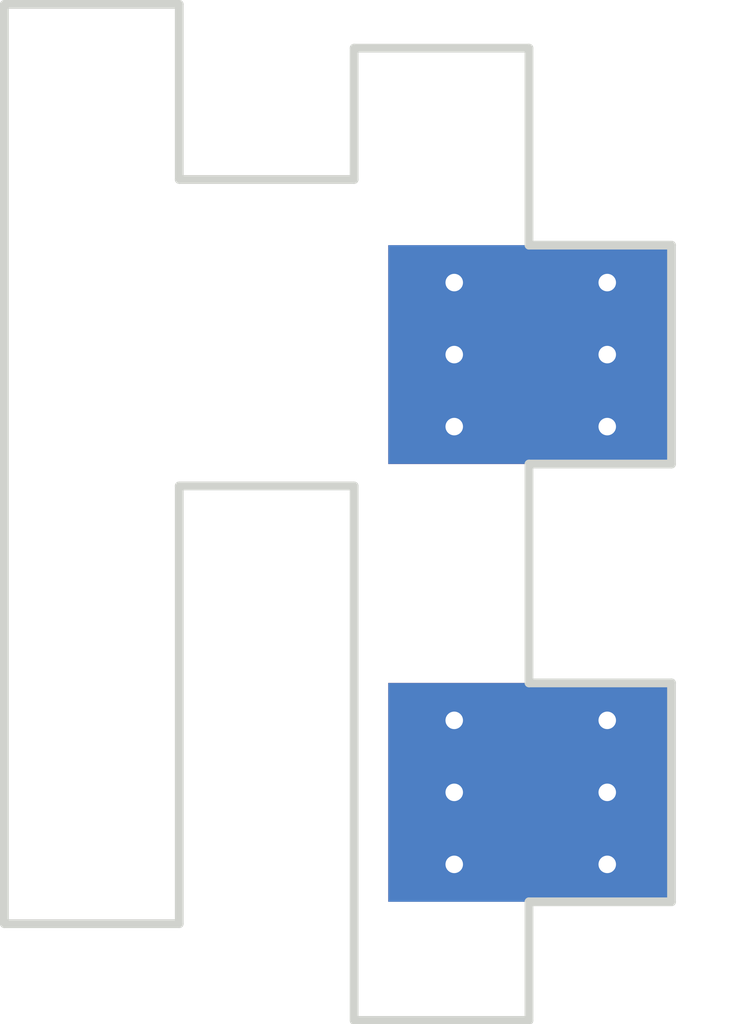
<source format=kicad_pcb>
(kicad_pcb (version 20211014) (generator pcbnew)
  (layers (0 "F.Cu" signal) (31 "B.Cu" signal) (34 "B.Paste" user) (35 "F.Paste" user) (36 "B.SilkS" user "B.Silkscreen") (37 "F.SilkS" user "F.Silkscreen") (38 "B.Mask" user) (39 "F.Mask" user) (44 "Edge.Cuts" user))
  (net 0 "")
  (footprint "MountingHole:MountingHole_3.2mm_M3" (layer "F.Cu") (at 162.04 67.2)
    (fp_text reference "REF**" hide)
    (fp_text value "MountingPad")
    (pad "" smd rect (at 0 0) (size 6.52 5) (layers "F.Cu" "F.Paste" "F.Mask"))
  )
  (footprint "MountingHole:MountingHole_3.2mm_M3" (layer "F.Cu") (at 162.04 57.2)
    (fp_text reference "REF**" hide)
    (fp_text value "MountingPad")
    (pad "" smd rect (at 0 0) (size 6.52 5) (layers "F.Cu" "F.Paste" "F.Mask"))
  )
  (footprint "MountingHole:MountingHole_3.2mm_M3" (layer "B.Cu") (at 162.04 57.2 180)
    (fp_text reference "REF**" hide)
    (fp_text value "MountingPad")
    (pad "" smd rect (at 0 0 180) (size 6.52 5) (layers "B.Cu" "B.Paste" "B.Mask"))
  )
  (footprint "MountingHole:MountingHole_3.2mm_M3" (layer "B.Cu") (at 162.04 67.2 180)
    (fp_text reference "REF**" hide)
    (fp_text value "MountingPad")
    (pad "" smd rect (at 0 0 180) (size 6.52 5) (layers "B.Cu" "B.Paste" "B.Mask"))
  )
  (gr_line (start 162 69.7) (end 162 72.41) (layer "Edge.Cuts") (width 0.2))
  (gr_line (start 162 69.7) (end 165.26 69.7) (layer "Edge.Cuts") (width 0.2))
  (gr_line (start 150 49.2) (end 154 49.2) (layer "Edge.Cuts") (width 0.2))
  (gr_line (start 165.26 59.7) (end 165.26 54.7) (layer "Edge.Cuts") (width 0.2))
  (gr_line (start 150 49.2) (end 150 70.2) (layer "Edge.Cuts") (width 0.2))
  (gr_line (start 165.26 69.7) (end 165.26 64.7) (layer "Edge.Cuts") (width 0.2))
  (gr_line (start 158 72.41) (end 158 60.2) (layer "Edge.Cuts") (width 0.2))
  (gr_line (start 158 53.2) (end 158 50.2) (layer "Edge.Cuts") (width 0.2))
  (gr_line (start 162 64.7) (end 165.26 64.7) (layer "Edge.Cuts") (width 0.2))
  (gr_line (start 158 72.41) (end 162 72.41) (layer "Edge.Cuts") (width 0.2))
  (gr_line (start 154 53.2) (end 154 49.2) (layer "Edge.Cuts") (width 0.2))
  (gr_line (start 154 70.2) (end 154 60.2) (layer "Edge.Cuts") (width 0.2))
  (gr_line (start 162 59.7) (end 162 64.7) (layer "Edge.Cuts") (width 0.2))
  (gr_line (start 150 70.2) (end 154 70.2) (layer "Edge.Cuts") (width 0.2))
  (gr_line (start 162 50.2) (end 162 54.7) (layer "Edge.Cuts") (width 0.2))
  (gr_line (start 154 53.2) (end 158 53.2) (layer "Edge.Cuts") (width 0.2))
  (gr_line (start 162 54.7) (end 165.26 54.7) (layer "Edge.Cuts") (width 0.2))
  (gr_line (start 154 60.2) (end 158 60.2) (layer "Edge.Cuts") (width 0.2))
  (gr_line (start 162 59.7) (end 165.26 59.7) (layer "Edge.Cuts") (width 0.2))
  (gr_line (start 158 50.2) (end 162 50.2) (layer "Edge.Cuts") (width 0.2))
  (via (at 160.29 55.555) (size 0.8) (drill 0.4) (layers "F.Cu" "B.Cu") (net 0))
  (via (at 163.79 57.2) (size 0.8) (drill 0.4) (layers "F.Cu" "B.Cu") (net 0))
  (via (at 160.29 57.2) (size 0.8) (drill 0.4) (layers "F.Cu" "B.Cu") (net 0))
  (via (at 163.79 55.555) (size 0.8) (drill 0.4) (layers "F.Cu" "B.Cu") (net 0))
  (via (at 163.79 58.845) (size 0.8) (drill 0.4) (layers "F.Cu" "B.Cu") (net 0))
  (via (at 160.29 58.845) (size 0.8) (drill 0.4) (layers "F.Cu" "B.Cu") (net 0))
  (via (at 163.79 68.845) (size 0.8) (drill 0.4) (layers "F.Cu" "B.Cu") (net 0))
  (via (at 160.29 65.555) (size 0.8) (drill 0.4) (layers "F.Cu" "B.Cu") (net 0))
  (via (at 160.29 68.845) (size 0.8) (drill 0.4) (layers "F.Cu" "B.Cu") (net 0))
  (via (at 160.29 67.2) (size 0.8) (drill 0.4) (layers "F.Cu" "B.Cu") (net 0))
  (via (at 163.79 65.555) (size 0.8) (drill 0.4) (layers "F.Cu" "B.Cu") (net 0))
  (via (at 163.79 67.2) (size 0.8) (drill 0.4) (layers "F.Cu" "B.Cu") (net 0))
)
</source>
